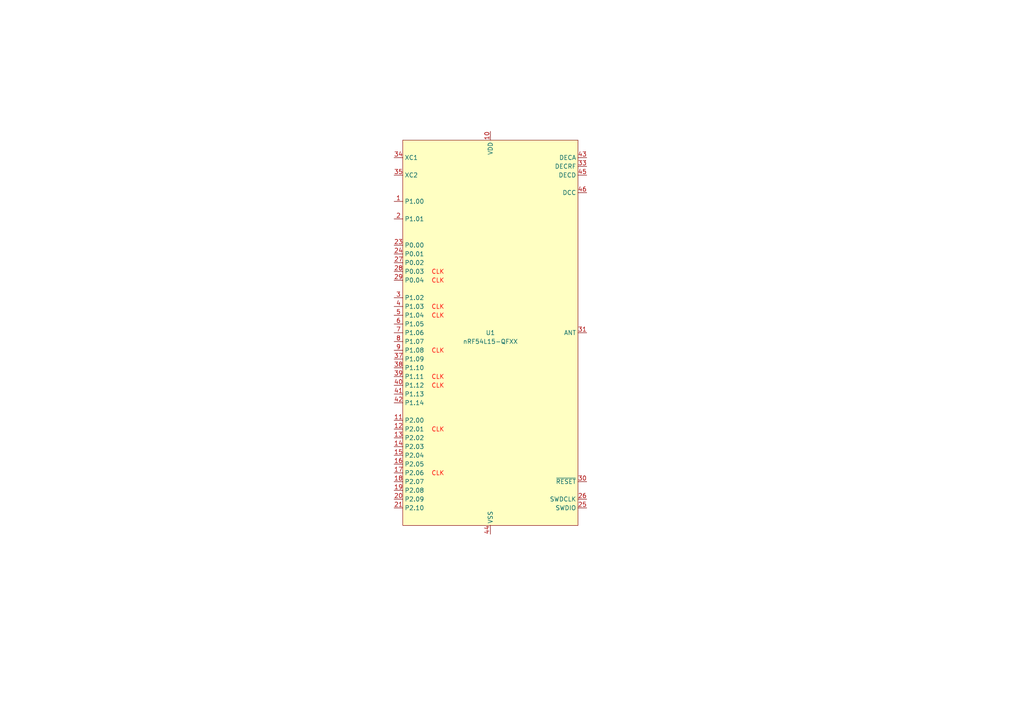
<source format=kicad_sch>
(kicad_sch (version 20250114) (generator "eeschema") (generator_version "9.0")
  (paper "A4")
  (title_block (title "PSLabel") (date "2025-06-19"))
  (lib_symbols
    (symbol "nordic-lib-kicad-nrf54l:nRF54L15-QFXX"
      (property "Reference" "U" (at 0 0 0))
      (property "Value" "nRF54L15-QFXX" (at 0 -2.54 0))
      (symbol "nRF54L15-QFXX_0_0"
        (pin bidirectional line (at -27.94 50.8 0) (length 2.54) (name "XC1") (number "34"))
        (pin bidirectional line (at -27.94 45.72 0) (length 2.54) (name "XC2") (number "35"))
        (pin bidirectional line (at -27.94 25.4 0) (length 2.54) (name "P0.00") (number "23"))
        (pin bidirectional line (at -27.94 22.86 0) (length 2.54) (name "P0.01") (number "24"))
        (pin bidirectional line (at -27.94 20.32 0) (length 2.54) (name "P0.02") (number "27"))
        (pin passive line (at 0 -58.42 90) (length 2.54) (hide yes) (name "VSS_PA") (number "32"))
        (pin power_in line (at 0 -58.42 90) (length 2.54) (name "VSS") (number "44"))
        (pin passive line (at 27.94 50.8 180) (length 2.54) (name "DECA") (number "43"))
        (pin passive line (at 27.94 48.26 180) (length 2.54) (name "DECRF") (number "33"))
        (pin passive line (at 27.94 45.72 180) (length 2.54) (name "DECD") (number "45"))
        (pin power_out line (at 27.94 40.64 180) (length 2.54) (name "DCC") (number "46"))
        (pin output line (at 27.94 0 180) (length 2.54) (name "ANT") (number "31"))
        (pin input line (at 27.94 -43.18 180) (length 2.54) (name "~{RESET}") (number "30"))
        (pin bidirectional line (at 27.94 -50.8 180) (length 2.54) (name "SWDIO") (number "25"))
      )
      (symbol "nRF54L15-QFXX_1_0"
        (pin bidirectional line (at -27.94 38.1 0) (length 2.54) (name "P1.00") (number "1"))
        (pin bidirectional line (at -27.94 33.02 0) (length 2.54) (name "P1.01") (number "2"))
        (pin bidirectional line (at -27.94 17.78 0) (length 2.54) (name "P0.03") (number "28"))
        (pin bidirectional line (at -27.94 15.24 0) (length 2.54) (name "P0.04") (number "29"))
        (pin bidirectional line (at -27.94 10.16 0) (length 2.54) (name "P1.02") (number "3"))
        (pin bidirectional line (at -27.94 7.62 0) (length 2.54) (name "P1.03") (number "4"))
        (pin bidirectional line (at -27.94 5.08 0) (length 2.54) (name "P1.04") (number "5"))
        (pin bidirectional line (at -27.94 2.54 0) (length 2.54) (name "P1.05") (number "6"))
        (pin bidirectional line (at -27.94 0 0) (length 2.54) (name "P1.06") (number "7"))
        (pin bidirectional line (at -27.94 -2.54 0) (length 2.54) (name "P1.07") (number "8"))
        (pin bidirectional line (at -27.94 -5.08 0) (length 2.54) (name "P1.08") (number "9"))
        (pin bidirectional line (at -27.94 -7.62 0) (length 2.54) (name "P1.09") (number "37"))
        (pin bidirectional line (at -27.94 -10.16 0) (length 2.54) (name "P1.10") (number "38"))
        (pin bidirectional line (at -27.94 -12.7 0) (length 2.54) (name "P1.11") (number "39"))
        (pin bidirectional line (at -27.94 -15.24 0) (length 2.54) (name "P1.12") (number "40"))
        (pin bidirectional line (at -27.94 -17.78 0) (length 2.54) (name "P1.13") (number "41"))
        (pin bidirectional line (at -27.94 -20.32 0) (length 2.54) (name "P1.14") (number "42"))
        (pin bidirectional line (at -27.94 -25.4 0) (length 2.54) (name "P2.00") (number "11"))
        (pin bidirectional line (at -27.94 -27.94 0) (length 2.54) (name "P2.01") (number "12"))
        (pin bidirectional line (at -27.94 -30.48 0) (length 2.54) (name "P2.02") (number "13"))
        (pin bidirectional line (at -27.94 -33.02 0) (length 2.54) (name "P2.03") (number "14"))
        (pin bidirectional line (at -27.94 -35.56 0) (length 2.54) (name "P2.04") (number "15"))
        (pin bidirectional line (at -27.94 -38.1 0) (length 2.54) (name "P2.05") (number "16"))
        (pin bidirectional line (at -27.94 -40.64 0) (length 2.54) (name "P2.06") (number "17"))
        (pin bidirectional line (at -27.94 -43.18 0) (length 2.54) (name "P2.07") (number "18"))
        (pin bidirectional line (at -27.94 -45.72 0) (length 2.54) (name "P2.08") (number "19"))
        (pin bidirectional line (at -27.94 -48.26 0) (length 2.54) (name "P2.09") (number "20"))
        (pin bidirectional line (at -27.94 -50.8 0) (length 2.54) (name "P2.10") (number "21"))
        (pin power_in line (at 0 58.42 270) (length 2.54) (name "VDD") (number "10"))
        (pin passive line (at 0 58.42 270) (length 2.54) (hide yes) (name "VDD") (number "22"))
        (pin passive line (at 0 58.42 270) (length 2.54) (hide yes) (name "VDD") (number "36"))
        (pin passive line (at 0 58.42 270) (length 2.54) (hide yes) (name "VDD") (number "47"))
        (pin passive line (at 0 58.42 270) (length 2.54) (hide yes) (name "VDD") (number "48"))
        (pin passive line (at 0 -58.42 90) (length 2.54) (hide yes) (name "VSS") (number "49"))
        (pin input line (at 27.94 -48.26 180) (length 2.54) (name "SWDCLK") (number "26"))
      )
      (symbol "nRF54L15-QFXX_1_1"
        (rectangle (start -25.4 55.88) (end 25.4 -55.88) (fill (type background)))
        (text "CLK" (at -15.24 17.78 0) (effects (font (size 1.27 1.27))))
        (text "CLK" (at -15.24 15.24 0) (effects (font (size 1.27 1.27))))
        (text "CLK" (at -15.24 7.62 0) (effects (font (size 1.27 1.27))))
        (text "CLK" (at -15.24 5.08 0) (effects (font (size 1.27 1.27))))
        (text "CLK" (at -15.24 -5.08 0) (effects (font (size 1.27 1.27))))
        (text "CLK" (at -15.24 -12.7 0) (effects (font (size 1.27 1.27))))
        (text "CLK" (at -15.24 -15.24 0) (effects (font (size 1.27 1.27))))
        (text "CLK" (at -15.24 -27.94 0) (effects (font (size 1.27 1.27))))
        (text "CLK" (at -15.24 -40.64 0) (effects (font (size 1.27 1.27))))
      )
    )
  )
  (symbol (lib_id "nordic-lib-kicad-nrf54l:nRF54L15-QFXX") (at 142.24 96.52 0) (unit 1)
    (property "Reference" "U1" (at 142.24 96.52 0))
    (property "Value" "nRF54L15-QFXX" (at 142.24 99.06 0))
    (property "Footprint" "Package_DFN_QFN:QFN-48-1EP_6x6mm_P0.4mm_EP4.6x4.6mm" (effects (hide yes)))
    (property "Datasheet" "https://docs.nordicsemi.com/bundle/ps_nrf54L15" (effects (hide yes)))
    (property "Description" "nRF54L Dual Core Multiprotocol BLE SoC" (effects (hide yes)))
  )
)
</source>
